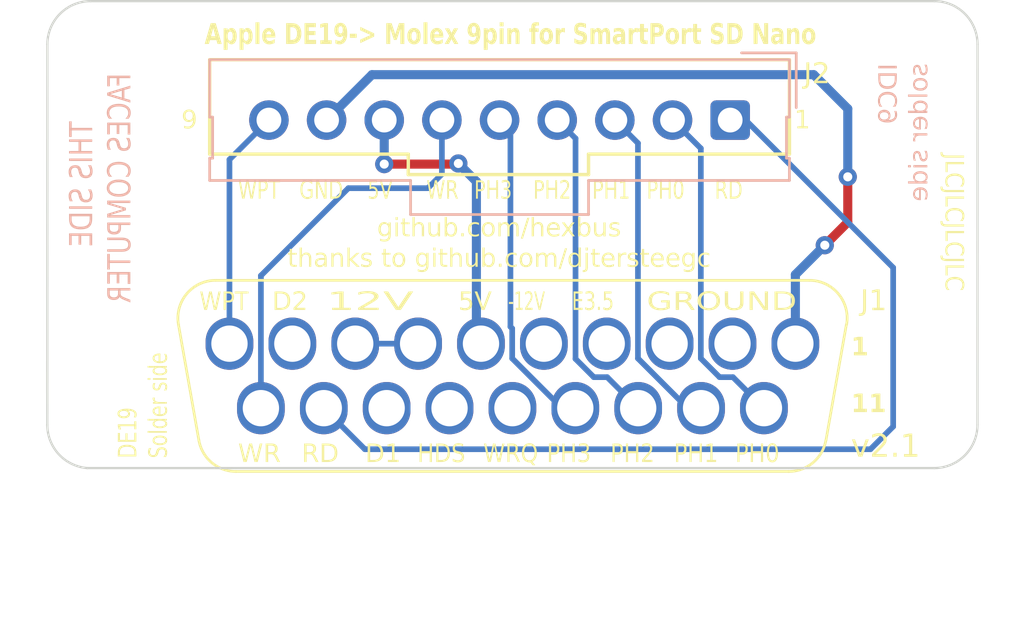
<source format=kicad_pcb>
(kicad_pcb (version 20240108) (generator "pcbnew") (generator_version "8.0")
  (title_block (title "SmartPortSD SMD") (date "2023-12-07") (rev "1.1") (company "Chris Tersteeg"))
  (layers (0 "F.Cu" signal) (31 "B.Cu" signal) (34 "B.Paste" user) (35 "F.Paste" user) (36 "B.SilkS" user "B.Silkscreen") (37 "F.SilkS" user "F.Silkscreen") (38 "B.Mask" user) (39 "F.Mask" user) (44 "Edge.Cuts" user))
  (net 0 "")
  (net 1 "/A2_5V")
  (net 2 "/A2_WPROT")
  (net 3 "/A2_PH0")
  (net 4 "/A2_PH1")
  (net 5 "/A2_PH2")
  (net 6 "/A2_PH3")
  (net 7 "/A2_RD_DATA")
  (net 8 "/A2_WR_DATA")
  (net 9 "/A2_EN3.5")
  (net 10 "/A2_WREQ")
  (net 11 "/A2_HDSEL")
  (net 12 "/A2_DRIVE1")
  (net 13 "/DB19_12V")
  (net 14 "/DB19_DRIVE2")
  (net 15 "/GND1")
  (net 16 "/GND2")
  (net 17 "/GND3")
  (net 18 "DB19_-12V")
  (footprint "Tersteeg:DSUB-19_Male_Vertical_P2.77x2.84mm_Narrow_MountingHoles_Full_Pins" (layer "F.Cu") (at 123.122 126.85)
    (property "Reference" "J1" (at 28.378 -1.85 0) (layer "F.SilkS") (effects (font (size 0.9 0.9))))
    (property "Value" "DB19_Plug")
    (fp_line (start -1.347202 4.258256) (end -2.24647 -0.841744) (stroke (width 0.12)) (layer "F.SilkS"))
    (fp_line (start 24.637778 5.63) (end 0.287579 5.63) (stroke (width 0.12)) (layer "F.SilkS"))
    (fp_line (start 25.550735 -2.79) (end -0.611689 -2.79) (stroke (width 0.12)) (layer "F.SilkS"))
    (fp_line (start 26.277202 4.258256) (end 27.17647 -0.841744) (stroke (width 0.12)) (layer "F.SilkS"))
    (fp_arc (start -2.24647 -0.841744) (mid -1.883323 -2.197028) (end -0.611689 -2.79) (stroke (width 0.12)) (layer "F.SilkS"))
    (fp_arc (start 0.287579 5.63) (mid -0.779449 5.241634) (end -1.347202 4.258256) (stroke (width 0.12)) (layer "F.SilkS"))
    (fp_arc (start 25.550735 -2.79) (mid 26.8224 -2.197076) (end 27.185516 -0.841744) (stroke (width 0.12)) (layer "F.SilkS"))
    (fp_arc (start 26.272559 4.258256) (mid 25.704804 5.241626) (end 24.637778 5.63) (stroke (width 0.12)) (layer "F.SilkS"))
    (pad "" np_thru_hole circle (at -6.13 1.42) (size 2.7 2.7) (drill 2.7) (layers "F&B.Cu" "*.Mask"))
    (pad "" np_thru_hole circle (at 31.06 1.42) (size 2.7 2.7) (drill 2.7) (layers "F&B.Cu" "*.Mask"))
    (pad "1" thru_hole oval (at 24.93 0) (size 2.1 2.3) (drill 1.6) (layers "*.Cu" "*.Mask") (net 15 "/GND1"))
    (pad "2" thru_hole oval (at 22.16 0) (size 2.1 2.3) (drill 1.6) (layers "*.Cu" "*.Mask") (net 16 "/GND2"))
    (pad "3" thru_hole oval (at 19.39 0) (size 2.1 2.3) (drill 1.6) (layers "*.Cu" "*.Mask") (net 17 "/GND3"))
    (pad "4" thru_hole oval (at 16.62 0) (size 2.1 2.3) (drill 1.6) (layers "*.Cu" "*.Mask") (net 9 "/A2_EN3.5"))
    (pad "5" thru_hole oval (at 13.85 0) (size 2.1 2.3) (drill 1.6) (layers "*.Cu" "*.Mask") (net 18 "DB19_-12V"))
    (pad "6" thru_hole oval (at 11.08 0) (size 2.1 2.3) (drill 1.6) (layers "*.Cu" "*.Mask") (net 1 "/A2_5V"))
    (pad "7" thru_hole oval (at 8.31 0) (size 2.1 2.3) (drill 1.6) (layers "*.Cu" "*.Mask") (net 13 "/DB19_12V"))
    (pad "8" thru_hole oval (at 5.54 0) (size 2.1 2.3) (drill 1.6) (layers "*.Cu" "*.Mask") (net 13 "/DB19_12V"))
    (pad "9" thru_hole oval (at 2.77 0) (size 2.1 2.3) (drill 1.6) (layers "*.Cu" "*.Mask") (net 14 "/DB19_DRIVE2"))
    (pad "10" thru_hole oval (at 0 0) (size 2.1 2.3) (drill 1.6) (layers "*.Cu" "*.Mask") (net 2 "/A2_WPROT"))
    (pad "11" thru_hole oval (at 23.545 2.84) (size 2.1 2.3) (drill 1.6) (layers "*.Cu" "*.Mask") (net 3 "/A2_PH0"))
    (pad "12" thru_hole oval (at 20.775 2.84) (size 2.1 2.3) (drill 1.6) (layers "*.Cu" "*.Mask") (net 4 "/A2_PH1"))
    (pad "13" thru_hole oval (at 18.005 2.84) (size 2.1 2.3) (drill 1.6) (layers "*.Cu" "*.Mask") (net 5 "/A2_PH2"))
    (pad "14" thru_hole oval (at 15.235 2.84) (size 2.1 2.3) (drill 1.6) (layers "*.Cu" "*.Mask") (net 6 "/A2_PH3"))
    (pad "15" thru_hole oval (at 12.465 2.84) (size 2.1 2.3) (drill 1.6) (layers "*.Cu" "*.Mask") (net 10 "/A2_WREQ"))
    (pad "16" thru_hole oval (at 9.695 2.84) (size 2.1 2.3) (drill 1.6) (layers "*.Cu" "*.Mask") (net 11 "/A2_HDSEL"))
    (pad "17" thru_hole oval (at 6.925 2.84) (size 2.1 2.3) (drill 1.6) (layers "*.Cu" "*.Mask") (net 12 "/A2_DRIVE1"))
    (pad "18" thru_hole oval (at 4.155 2.84) (size 2.1 2.3) (drill 1.6) (layers "*.Cu" "*.Mask") (net 7 "/A2_RD_DATA"))
    (pad "19" thru_hole oval (at 1.385 2.84) (size 2.1 2.3) (drill 1.6) (layers "*.Cu" "*.Mask") (net 8 "/A2_WR_DATA"))
  )
  (footprint "Connector_Molex:Molex_SL_171971-0009_1x09_P2.54mm_Vertical" (layer "B.Cu") (at 145.18 117 180)
    (property "Reference" "J2" (at -3.82 2 0) (layer "F.SilkS") (effects (font (size 0.9 0.9))))
    (property "Value" "IDC-9")
    (fp_line (start 22.93 2.66) (end 22.93 0.13) (stroke (width 0.12)) (layer "B.SilkS"))
    (fp_line (start 22.93 0.13) (end 22.8 0.13) (stroke (width 0.12)) (layer "B.SilkS"))
    (fp_line (start 22.93 -1.68) (end 22.93 -2.66) (stroke (width 0.12)) (layer "B.SilkS"))
    (fp_line (start 22.93 -2.66) (end 14.08 -2.66) (stroke (width 0.12)) (layer "B.SilkS"))
    (fp_line (start 22.8 0.13) (end 22.8 -1.68) (stroke (width 0.12)) (layer "B.SilkS"))
    (fp_line (start 22.8 -1.68) (end 22.93 -1.68) (stroke (width 0.12)) (layer "B.SilkS"))
    (fp_line (start 14.08 -2.66) (end 14.08 -4.16) (stroke (width 0.12)) (layer "B.SilkS"))
    (fp_line (start 14.08 -4.16) (end 6.24 -4.16) (stroke (width 0.12)) (layer "B.SilkS"))
    (fp_line (start 6.24 -2.66) (end -2.61 -2.66) (stroke (width 0.12)) (layer "B.SilkS"))
    (fp_line (start 6.24 -4.16) (end 6.24 -2.66) (stroke (width 0.12)) (layer "B.SilkS"))
    (fp_line (start -0.5 2.96) (end -2.91 2.96) (stroke (width 0.12)) (layer "B.SilkS"))
    (fp_line (start -2.48 0.13) (end -2.61 0.13) (stroke (width 0.12)) (layer "B.SilkS"))
    (fp_line (start -2.48 -1.68) (end -2.48 0.13) (stroke (width 0.12)) (layer "B.SilkS"))
    (fp_line (start -2.61 2.66) (end 22.93 2.66) (stroke (width 0.12)) (layer "B.SilkS"))
    (fp_line (start -2.61 0.13) (end -2.61 2.66) (stroke (width 0.12)) (layer "B.SilkS"))
    (fp_line (start -2.61 -1.68) (end -2.48 -1.68) (stroke (width 0.12)) (layer "B.SilkS"))
    (fp_line (start -2.61 -2.66) (end -2.61 -1.68) (stroke (width 0.12)) (layer "B.SilkS"))
    (fp_line (start -2.91 2.96) (end -2.91 0.55) (stroke (width 0.12)) (layer "B.SilkS"))
    (pad "1" thru_hole roundrect (at 0 0 180) (size 1.74 1.74) (drill 1.09) (layers "*.Cu" "*.Mask") (roundrect_rratio 0.143678) (net 7 "/A2_RD_DATA"))
    (pad "2" thru_hole circle (at 2.54 0 180) (size 1.74 1.74) (drill 1.09) (layers "*.Cu" "*.Mask") (net 3 "/A2_PH0"))
    (pad "3" thru_hole circle (at 5.08 0 180) (size 1.74 1.74) (drill 1.09) (layers "*.Cu" "*.Mask") (net 4 "/A2_PH1"))
    (pad "4" thru_hole circle (at 7.62 0 180) (size 1.74 1.74) (drill 1.09) (layers "*.Cu" "*.Mask") (net 5 "/A2_PH2"))
    (pad "5" thru_hole circle (at 10.16 0 180) (size 1.74 1.74) (drill 1.09) (layers "*.Cu" "*.Mask") (net 6 "/A2_PH3"))
    (pad "6" thru_hole circle (at 12.7 0 180) (size 1.74 1.74) (drill 1.09) (layers "*.Cu" "*.Mask") (net 8 "/A2_WR_DATA"))
    (pad "7" thru_hole circle (at 15.24 0 180) (size 1.74 1.74) (drill 1.09) (layers "*.Cu" "*.Mask") (net 1 "/A2_5V"))
    (pad "8" thru_hole circle (at 17.78 0 180) (size 1.74 1.74) (drill 1.09) (layers "*.Cu" "*.Mask") (net 15 "/GND1"))
    (pad "9" thru_hole circle (at 20.32 0 180) (size 1.74 1.74) (drill 1.09) (layers "*.Cu" "*.Mask") (net 2 "/A2_WPROT"))
  )
  (gr_line (start 131 118.5) (end 131 119.4) (stroke (width 0.15)) (layer "F.SilkS"))
  (gr_line (start 122.25 114.34) (end 147.79 114.34) (stroke (width 0.15)) (layer "F.SilkS"))
  (gr_line (start 122.25 114.34) (end 122.25 118.5) (stroke (width 0.15)) (layer "F.SilkS"))
  (gr_line (start 147.79 118.5) (end 138.94 118.5) (stroke (width 0.15)) (layer "F.SilkS"))
  (gr_line (start 147.79 114.34) (end 147.79 118.5) (stroke (width 0.15)) (layer "F.SilkS"))
  (gr_line (start 131 119.4) (end 138.94 119.4) (stroke (width 0.15)) (layer "F.SilkS"))
  (gr_line (start 138.94 118.5) (end 138.94 119.4) (stroke (width 0.15)) (layer "F.SilkS"))
  (gr_line (start 122.25 118.5) (end 131 118.5) (stroke (width 0.15)) (layer "F.SilkS"))
  (gr_arc (start 156.073861 130.425395) (mid 155.5159 131.772434) (end 154.168861 132.330395) (stroke (width 0.1)) (layer "Edge.Cuts"))
  (gr_line (start 154.171613 111.76) (end 117.005 111.76) (stroke (width 0.1)) (layer "Edge.Cuts"))
  (gr_line (start 156.073861 130.425395) (end 156.076613 113.665) (stroke (width 0.1)) (layer "Edge.Cuts"))
  (gr_arc (start 116.86 132.330395) (mid 115.605321 131.723232) (end 115.096909 130.425395) (stroke (width 0.1)) (layer "Edge.Cuts"))
  (gr_arc (start 154.171613 111.76) (mid 155.518643 112.317966) (end 156.076613 113.665) (stroke (width 0.1)) (layer "Edge.Cuts"))
  (gr_line (start 115.1 113.665) (end 115.096909 130.425395) (stroke (width 0.1)) (layer "Edge.Cuts"))
  (gr_line (start 116.86 132.330395) (end 154.168861 132.330395) (stroke (width 0.1)) (layer "Edge.Cuts"))
  (gr_arc (start 115.1 113.665) (mid 115.657962 112.317962) (end 117.005 111.76) (stroke (width 0.1)) (layer "Edge.Cuts"))
  (gr_text "THIS SIDE \nFACES COMPUTER" (at 117.5 120 90) (layer "B.SilkS") (effects (font (size 1 0.8) (thickness 0.2)) (justify mirror)))
  (gr_text "IDC9\nsolder side" (at 154 114.5 90) (layer "B.SilkS") (effects (font (size 0.8 0.8)) (justify left bottom mirror)))
  (gr_text "HDS" (at 131.4 132.2 0) (layer "F.SilkS") (effects (font (size 0.8 0.7) (thickness 0.1)) (justify left bottom)))
  (gr_text "D2" (at 125 125.5 0) (layer "F.SilkS") (effects (font (size 0.8 0.8) (thickness 0.1)) (justify left bottom)))
  (gr_text "5V" (at 129.2 120.6 0) (layer "F.SilkS") (effects (font (size 0.8 0.6) (thickness 0.1)) (justify left bottom)))
  (gr_text "PH1" (at 139.1 120.6 0) (layer "F.SilkS") (effects (font (size 0.8 0.6) (thickness 0.1)) (justify left bottom)))
  (gr_text "-12V" (at 135.4 125.5 0) (layer "F.SilkS") (effects (font (size 0.8 0.5) (thickness 0.1)) (justify left bottom)))
  (gr_text "PH0" (at 141.5 120.6 0) (layer "F.SilkS") (effects (font (size 0.8 0.6) (thickness 0.1)) (justify left bottom)))
  (gr_text "GND" (at 126.2 120.6 0) (layer "F.SilkS") (effects (font (size 0.8 0.6) (thickness 0.1)) (justify left bottom)))
  (gr_text "Apple DE19-> Molex 9pin for SmartPort SD Nano\n" (at 135.5 113.8 0) (layer "F.SilkS") (effects (font (size 0.9 0.7) (thickness 0.15) (bold yes)) (justify bottom)))
  (gr_text "PH2" (at 136.5 120.6 0) (layer "F.SilkS") (effects (font (size 0.8 0.6) (thickness 0.1)) (justify left bottom)))
  (gr_text "12V" (at 127.4 125.5 0) (layer "F.SilkS") (effects (font (size 0.8 1.4) (thickness 0.1)) (justify left bottom)))
  (gr_text "RD" (at 126.3 132.2 0) (layer "F.SilkS") (effects (font (size 0.8 0.8) (thickness 0.1)) (justify left bottom)))
  (gr_text "GROUND" (at 141.5 125.5 0) (layer "F.SilkS") (effects (font (size 0.8 1.05) (thickness 0.1)) (justify left bottom)))
  (gr_text "WPT" (at 123.5 120.6 0) (layer "F.SilkS") (effects (font (size 0.8 0.6) (thickness 0.1)) (justify left bottom)))
  (gr_text "WRQ" (at 134.3 132.2 0) (layer "F.SilkS") (effects (font (size 0.8 0.7) (thickness 0.1)) (justify left bottom)))
  (gr_text "DE19\nSolder side" (at 120.5 131.9 90) (layer "F.SilkS") (effects (font (size 0.8 0.6)) (justify left bottom)))
  (gr_text "WPT" (at 121.8 125.5 0) (layer "F.SilkS") (effects (font (size 0.8 0.7) (thickness 0.1)) (justify left bottom)))
  (gr_text "RD\n" (at 144.5 120.6 0) (layer "F.SilkS") (effects (font (size 0.8 0.6) (thickness 0.1)) (justify left bottom)))
  (gr_text "JLCJLCJLCJLC" (at 155 121.5 270) (layer "F.SilkS") (effects (font (size 0.8 0.7) (thickness 0.175))))
  (gr_text "PH2" (at 139.9 132.2 0) (layer "F.SilkS") (effects (font (size 0.8 0.7) (thickness 0.1)) (justify left bottom)))
  (gr_text "D1" (at 129.1 132.2 0) (layer "F.SilkS") (effects (font (size 0.8 0.8) (thickness 0.1)) (justify left bottom)))
  (gr_text "E3.5" (at 138.2 125.5 0) (layer "F.SilkS") (effects (font (size 0.8 0.6) (thickness 0.1)) (justify left bottom)))
  (gr_text "1" (at 148 117.5 0) (layer "F.SilkS") (effects (font (size 0.8 0.8)) (justify left bottom)))
  (gr_text "WR" (at 123.5 132.2 0) (layer "F.SilkS") (effects (font (size 0.8 0.8) (thickness 0.1)) (justify left bottom)))
  (gr_text "v2.1" (at 150.5 132 0) (layer "F.SilkS") (effects (font (size 1 1)) (justify left bottom)))
  (gr_text "PH3" (at 137.1 132.2 0) (layer "F.SilkS") (effects (font (size 0.8 0.7) (thickness 0.1)) (justify left bottom)))
  (gr_text "PH3" (at 133.9 120.6 0) (layer "F.SilkS") (effects (font (size 0.8 0.6) (thickness 0.1)) (justify left bottom)))
  (gr_text "PH1" (at 142.7 132.2 0) (layer "F.SilkS") (effects (font (size 0.8 0.7) (thickness 0.1)) (justify left bottom)))
  (gr_text "1" (at 150.5 127.5 0) (layer "F.SilkS") (effects (font (size 0.8 0.8) (thickness 0.2) (bold yes)) (justify left bottom)))
  (gr_text "WR" (at 131.8 120.6 0) (layer "F.SilkS") (effects (font (size 0.8 0.6) (thickness 0.1)) (justify left bottom)))
  (gr_text "9" (at 121 117.5 0) (layer "F.SilkS") (effects (font (size 0.8 0.8)) (justify left bottom)))
  (gr_text "11" (at 150.5 130 0) (layer "F.SilkS") (effects (font (size 0.8 0.8) (thickness 0.2) (bold yes)) (justify left bottom)))
  (gr_text "5V" (at 133.2 125.5 0) (layer "F.SilkS") (effects (font (size 0.8 0.8) (thickness 0.1)) (justify left bottom)))
  (gr_text "github.com/hexbus\nthanks to github.com/djtersteegc\n" (at 135 123.6 0) (layer "F.SilkS") (effects (font (size 0.8 0.8)) (justify bottom)))
  (gr_text "PH0" (at 145.4 132.2 0) (layer "F.SilkS") (effects (font (size 0.8 0.7) (thickness 0.1)) (justify left bottom)))
  (segment (start 133.176691 118.94) (end 129.94 118.94) (width 0.4) (layer "F.Cu") (net 1))
  (segment (start 133.205 118.911691) (end 133.176691 118.94) (width 0.4) (layer "F.Cu") (net 1))
  (via (at 129.94 118.94) (size 0.8) (drill 0.4) (layers "F.Cu" "B.Cu") (net 1))
  (via (at 133.205 118.911691) (size 0.8) (drill 0.4) (layers "F.Cu" "B.Cu") (net 1))
  (segment (start 129.94 117) (end 129.94 118.94) (width 0.4) (layer "B.Cu") (net 1))
  (segment (start 134 119.706691) (end 134 126.052) (width 0.4) (layer "B.Cu") (net 1))
  (segment (start 134 126.052) (end 134.5 126.552) (width 0.4) (layer "B.Cu") (net 1))
  (segment (start 133.205 118.911691) (end 134 119.706691) (width 0.4) (layer "B.Cu") (net 1))
  (segment (start 124.86 117) (end 123.122 118.738) (width 0.25) (layer "B.Cu") (net 2))
  (segment (start 123.122 126.85) (end 122.982 126.71) (width 0.25) (layer "B.Cu") (net 2))
  (segment (start 123.122 118.738) (end 123.122 126.85) (width 0.25) (layer "B.Cu") (net 2))
  (segment (start 146.667 129.69) (end 145.302 128.325) (width 0.25) (layer "B.Cu") (net 3))
  (segment (start 143.887 118.247) (end 142.64 117) (width 0.25) (layer "B.Cu") (net 3))
  (segment (start 145.302 128.325) (end 144.712456 128.325) (width 0.25) (layer "B.Cu") (net 3))
  (segment (start 143.887 127.499544) (end 143.887 118.247) (width 0.25) (layer "B.Cu") (net 3))
  (segment (start 144.712456 128.325) (end 143.887 127.499544) (width 0.25) (layer "B.Cu") (net 3))
  (segment (start 141.117 127.499544) (end 143.307456 129.69) (width 0.25) (layer "B.Cu") (net 4))
  (segment (start 143.307456 129.69) (end 143.897 129.69) (width 0.25) (layer "B.Cu") (net 4))
  (segment (start 144.486544 129.69) (end 143.897 129.69) (width 0.25) (layer "B.Cu") (net 4))
  (segment (start 140.1 117) (end 141.117 118.017) (width 0.25) (layer "B.Cu") (net 4))
  (segment (start 141.117 118.017) (end 141.117 127.499544) (width 0.25) (layer "B.Cu") (net 4))
  (segment (start 141.127 129.69) (end 141.137 129.68) (width 0.25) (layer "B.Cu") (net 5))
  (segment (start 137.56 117) (end 138.367 117.807) (width 0.25) (layer "B.Cu") (net 5))
  (segment (start 138.367 127.519544) (end 139.172456 128.325) (width 0.25) (layer "B.Cu") (net 5))
  (segment (start 139.762 128.325) (end 141.127 129.69) (width 0.25) (layer "B.Cu") (net 5))
  (segment (start 138.367 117.807) (end 138.367 127.519544) (width 0.25) (layer "B.Cu") (net 5))
  (segment (start 139.172456 128.325) (end 139.762 128.325) (width 0.25) (layer "B.Cu") (net 5))
  (segment (start 135.02 117) (end 135.5 117.48) (width 0.25) (layer "B.Cu") (net 6))
  (segment (start 135.5 126.103456) (end 135.577 126.180456) (width 0.25) (layer "B.Cu") (net 6))
  (segment (start 137.767456 129.69) (end 138.357 129.69) (width 0.25) (layer "B.Cu") (net 6))
  (segment (start 135.577 126.180456) (end 135.577 127.499544) (width 0.25) (layer "B.Cu") (net 6))
  (segment (start 135.577 127.499544) (end 137.767456 129.69) (width 0.25) (layer "B.Cu") (net 6))
  (segment (start 135.5 117.48) (end 135.5 126.103456) (width 0.25) (layer "B.Cu") (net 6))
  (segment (start 152.36 130.5) (end 151.36 131.5) (width 0.25) (layer "B.Cu") (net 7))
  (segment (start 152.36 123.5) (end 152.36 130.5) (width 0.25) (layer "B.Cu") (net 7))
  (segment (start 151.36 131.5) (end 129.087 131.5) (width 0.25) (layer "B.Cu") (net 7))
  (segment (start 145.18 117) (end 145.86 117) (width 0.25) (layer "B.Cu") (net 7))
  (segment (start 129.087 131.5) (end 127.277 129.69) (width 0.25) (layer "B.Cu") (net 7))
  (segment (start 145.86 117) (end 152.36 123.5) (width 0.25) (layer "B.Cu") (net 7))
  (segment (start 132.48 117) (end 132.48 119.38) (width 0.25) (layer "B.Cu") (net 8))
  (segment (start 131.86 120) (end 128.36 120) (width 0.25) (layer "B.Cu") (net 8))
  (segment (start 124.507 123.853) (end 124.507 129.69) (width 0.25) (layer "B.Cu") (net 8))
  (segment (start 132.48 119.38) (end 131.86 120) (width 0.25) (layer "B.Cu") (net 8))
  (segment (start 128.36 120) (end 124.507 123.853) (width 0.25) (layer "B.Cu") (net 8))
  (segment (start 139.742 126.85) (end 140.246 126.346) (width 0.25) (layer "B.Cu") (net 9))
  (segment (start 130.636544 129.69) (end 130.047 129.69) (width 0.25) (layer "F.Cu") (net 12))
  (segment (start 130.17 129.69) (end 130.36 129.5) (width 0.25) (layer "F.Cu") (net 12))
  (segment (start 128.662 126.85) (end 128.062 126.25) (width 0.25) (layer "F.Cu") (net 13))
  (segment (start 131.432 126.85) (end 128.662 126.85) (width 0.25) (layer "B.Cu") (net 13))
  (segment (start 125.892 126.85) (end 125.522 126.48) (width 0.25) (layer "F.Cu") (net 14))
  (segment (start 150.36 121.5) (end 150.36 119.5) (width 0.4) (layer "F.Cu") (net 15))
  (segment (start 149.347347 122.512653) (end 150.36 121.5) (width 0.4) (layer "F.Cu") (net 15))
  (via (at 149.347347 122.512653) (size 0.8) (drill 0.4) (layers "F.Cu" "B.Cu") (net 15))
  (via (at 150.36 119.5) (size 0.8) (drill 0.4) (layers "F.Cu" "B.Cu") (net 15))
  (segment (start 149.347347 122.512653) (end 148.052 123.808) (width 0.4) (layer "B.Cu") (net 15))
  (segment (start 127.4 117) (end 127.86 117.46) (width 0.25) (layer "B.Cu") (net 15))
  (segment (start 150.36 116.5) (end 148.86 115) (width 0.4) (layer "B.Cu") (net 15))
  (segment (start 150.36 119.5) (end 150.36 116.5) (width 0.4) (layer "B.Cu") (net 15))
  (segment (start 148.052 126.85) (end 148.501 126.401) (width 0.25) (layer "B.Cu") (net 15))
  (segment (start 148.86 115) (end 129.4 115) (width 0.4) (layer "B.Cu") (net 15))
  (segment (start 129.4 115) (end 127.4 117) (width 0.4) (layer "B.Cu") (net 15))
  (segment (start 148.052 123.808) (end 148.052 126.85) (width 0.4) (layer "B.Cu") (net 15))
  (segment (start 145.282 126.85) (end 145.476 126.85) (width 0.25) (layer "F.Cu") (net 16))
  (segment (start 142.512 126.385) (end 142.512 126.85) (width 0.25) (layer "F.Cu") (net 17))
  (segment (start 136.972 126.85) (end 136.309 126.187) (width 0.25) (layer "F.Cu") (net 18))
)
</source>
